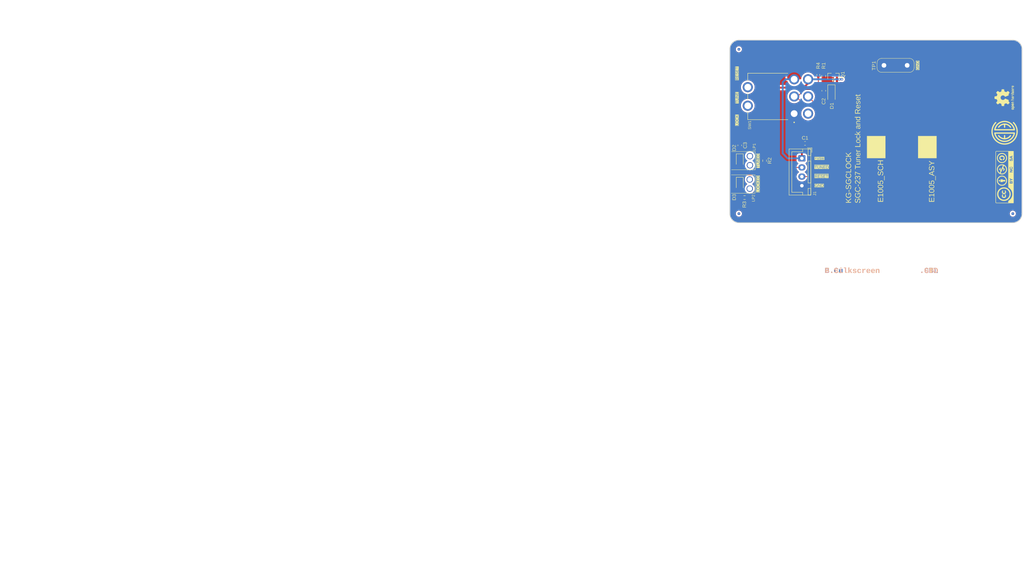
<source format=kicad_pcb>
(kicad_pcb
	(version 20241229)
	(generator "pcbnew")
	(generator_version "9.0")
	(general
		(thickness 1.6)
		(legacy_teardrops no)
	)
	(paper "USLegal")
	(layers
		(0 "F.Cu" signal)
		(2 "B.Cu" signal)
		(9 "F.Adhes" user "F.Adhesive")
		(11 "B.Adhes" user "B.Adhesive")
		(13 "F.Paste" user)
		(15 "B.Paste" user)
		(5 "F.SilkS" user "F.Silkscreen")
		(7 "B.SilkS" user "B.Silkscreen")
		(1 "F.Mask" user)
		(3 "B.Mask" user)
		(17 "Dwgs.User" user "User.Drawings")
		(19 "Cmts.User" user "User.Comments")
		(21 "Eco1.User" user "User.Eco1")
		(23 "Eco2.User" user "User.Eco2")
		(25 "Edge.Cuts" user "Board.Outline")
		(27 "Margin" user)
		(31 "F.CrtYd" user "F.Courtyard")
		(29 "B.CrtYd" user "B.Courtyard")
		(35 "F.Fab" user "F.Assembly")
		(33 "B.Fab" user "B.Assembly")
		(39 "User.1" user "Gerber.Title.Block")
		(41 "User.2" user "F.FabNotes")
		(43 "User.3" user "F.FabNotes2")
		(45 "User.4" user "B.FabNotes")
		(47 "User.5" user "B.FabNotes2")
		(49 "User.6" user)
		(51 "User.7" user)
		(53 "User.8" user)
		(55 "User.9" user)
	)
	(setup
		(stackup
			(layer "F.SilkS"
				(type "Top Silk Screen")
			)
			(layer "F.Paste"
				(type "Top Solder Paste")
			)
			(layer "F.Mask"
				(type "Top Solder Mask")
				(thickness 0.01)
			)
			(layer "F.Cu"
				(type "copper")
				(thickness 0.035)
			)
			(layer "dielectric 1"
				(type "core")
				(thickness 1.51)
				(material "FR4")
				(epsilon_r 4.5)
				(loss_tangent 0.02)
			)
			(layer "B.Cu"
				(type "copper")
				(thickness 0.035)
			)
			(layer "B.Mask"
				(type "Bottom Solder Mask")
				(thickness 0.01)
			)
			(layer "B.Paste"
				(type "Bottom Solder Paste")
			)
			(layer "B.SilkS"
				(type "Bottom Silk Screen")
			)
			(copper_finish "ENIG")
			(dielectric_constraints no)
		)
		(pad_to_mask_clearance 0)
		(allow_soldermask_bridges_in_footprints no)
		(tenting front back)
		(aux_axis_origin 229.982233 80.017767)
		(grid_origin 229.982233 80.017767)
		(pcbplotparams
			(layerselection 0x00000000_00000000_55555555_5755f5ff)
			(plot_on_all_layers_selection 0x00000000_00000000_00000080_02000000)
			(disableapertmacros no)
			(usegerberextensions yes)
			(usegerberattributes yes)
			(usegerberadvancedattributes yes)
			(creategerberjobfile no)
			(dashed_line_dash_ratio 12.000000)
			(dashed_line_gap_ratio 3.000000)
			(svgprecision 4)
			(plotframeref no)
			(mode 1)
			(useauxorigin yes)
			(hpglpennumber 1)
			(hpglpenspeed 20)
			(hpglpendiameter 15.000000)
			(pdf_front_fp_property_popups yes)
			(pdf_back_fp_property_popups yes)
			(pdf_metadata yes)
			(pdf_single_document no)
			(dxfpolygonmode yes)
			(dxfimperialunits yes)
			(dxfusepcbnewfont yes)
			(psnegative no)
			(psa4output no)
			(plot_black_and_white yes)
			(sketchpadsonfab no)
			(plotpadnumbers no)
			(hidednponfab no)
			(sketchdnponfab yes)
			(crossoutdnponfab yes)
			(subtractmaskfromsilk no)
			(outputformat 1)
			(mirror no)
			(drillshape 0)
			(scaleselection 1)
			(outputdirectory "../2_Fabrication/drill_map/")
		)
	)
	(property "art_checked_date" "<art checked date>")
	(property "art_checker" "D. CLARK")
	(property "art_eng" "D. CLARK")
	(property "art_eng_date" "13.DEC.25")
	(property "art_prj_eng_date" "13.DEC.25")
	(property "art_rev" "X1")
	(property "base_pn" "E1005")
	(property "pcb_checked_date" "<pcb checked date>")
	(property "pcb_checker" "D. CLARK")
	(property "pcb_eng" "D. CLARK")
	(property "pcb_eng_date" "13.DEC.25")
	(property "pcb_prj_eng_date" "13.DEC.25")
	(property "pcb_rev" "X1")
	(property "pcba_checked_date" "<pcba checked date>")
	(property "pcba_checker" "D. CLARK")
	(property "pcba_eng" "D. CLARK")
	(property "pcba_eng_date" "13.DEC.25")
	(property "pcba_name" "SGC-237 Tuner Lock and Reset")
	(property "pcba_prj_eng_date" "13.DEC.25")
	(property "pcba_rev" "X2")
	(property "prj_eng" "D. CLARK")
	(property "prj_license" "CC BY-NC-SA")
	(property "prj_name" "KG-SGCLOCK")
	(property "sch_checked_date" "<sch checked date>")
	(property "sch_checker" "D. CLARK")
	(property "sch_eng" "D. CLARK")
	(property "sch_eng_date" "13.DEC.25")
	(property "sch_prj_eng_date" "13.DEC.25")
	(property "sch_rev" "X1")
	(net 0 "")
	(net 1 "+VSW")
	(net 2 "GND")
	(net 3 "/Schematic Top Sheet/Vb")
	(net 4 "/Schematic Top Sheet/~{TUNED}")
	(net 5 "/Schematic Top Sheet/D2_A")
	(net 6 "/Schematic Top Sheet/D3_A")
	(net 7 "/Schematic Top Sheet/Ve")
	(net 8 "/Schematic Top Sheet/LOCKED")
	(net 9 "/Schematic Top Sheet/~{RESET}")
	(net 10 "unconnected-(SW1-A-Pad4)")
	(footprint "DDCEE:footprint_ddcee_5x5" (layer "F.Cu") (at 305.232233 55.017767 90))
	(footprint "Capacitor_SMD:C_0603_1608Metric_Pad1.08x0.95mm_HandSolder" (layer "F.Cu") (at 250.594733 58.267767))
	(footprint "Resistor_SMD:R_0603_1608Metric_Pad0.98x0.95mm_HandSolder" (layer "F.Cu") (at 239.532233 63.017767 -90))
	(footprint "Resistor_SMD:R_0603_1608Metric_Pad0.98x0.95mm_HandSolder" (layer "F.Cu") (at 234.032233 73.117767 180))
	(footprint "Resistor_SMD:R_0603_1608Metric_Pad0.98x0.95mm_HandSolder" (layer "F.Cu") (at 255.732233 39.867767 -90))
	(footprint "DDCEE:LP_SLP3-200-R" (layer "F.Cu") (at 225.207233 63.017767 90))
	(footprint "LED_SMD:LED_0805_2012Metric_Pad1.15x1.40mm_HandSolder" (layer "F.Cu") (at 232.732233 69.417767 -90))
	(footprint "DDCEE:footprint_CC-BY-SA-NC" (layer "F.Cu") (at 305.232233 67.517767 90))
	(footprint "DDCEE:SW_7207MD9ABE" (layer "F.Cu") (at 249.523483 45.430267 90))
	(footprint "DDCEE:TP_2P_Keystone_1430-2" (layer "F.Cu") (at 275.382233 36.917767))
	(footprint "Resistor_SMD:R_0402_1005Metric_Pad0.72x0.64mm_HandSolder" (layer "F.Cu") (at 254.232233 39.517767 -90))
	(footprint "Fiducial:Fiducial_0.75mm_Mask1.5mm" (layer "F.Cu") (at 232.482233 32.517767))
	(footprint "Fiducial:Fiducial_0.75mm_Mask1.5mm" (layer "F.Cu") (at 307.482233 77.517767))
	(footprint "LED_SMD:LED_0805_2012Metric_Pad1.15x1.40mm_HandSolder" (layer "F.Cu") (at 232.732233 63.017767 -90))
	(footprint "Capacitor_SMD:C_0603_1608Metric_Pad1.08x0.95mm_HandSolder" (layer "F.Cu") (at 255.732233 43.867767 -90))
	(footprint "Fiducial:Fiducial_0.75mm_Mask1.5mm" (layer "F.Cu") (at 232.482233 77.517767))
	(footprint "Capacitor_SMD:C_0603_1608Metric_Pad1.08x0.95mm_HandSolder" (layer "F.Cu") (at 232.732233 58.817767 90))
	(footprint "DDCEE:JST_XH_B4B-XH-A_1x04_P2.50mm_Vertical"
		(layer "F.Cu")
		(uuid "bbadae44-c291-405e-85fc-901cc0ba88af")
		(at 249.732233 66.117767 -90)
		(descr "JST XH series connector, B4B-XH-A (http://www.jst-mfg.com/product/pdf/eng/eXH.pdf), generated with kicad-footprint-generator")
		(tags "connector JST XH vertical")
		(property "Reference" "J1"
			(at 5.9 -3.55 90)
			(layer "F.SilkS")
			(uuid "cc9233d3-2bca-4bd2-839c-5cf63ecdabb4")
			(effects
				(font
					(face "Liberation Sans")
					(size 0.8 0.8)
					(thickness 0.15)
				)
			)
			(render_cache "J1" 90
				(polygon
					(pts
						(xy 253.626738 72.358876) (xy 253.622253 72.413652) (xy 253.609662 72.459211) (xy 253.589708 72.497272)
						(xy 253.562366 72.529104) (xy 253.526847 72.555416) (xy 253.481674 72.576285) (xy 253.424798 72.591151)
						(xy 253.407896 72.48896) (xy 253.448695 72.479097) (xy 253.481092 72.464212) (xy 253.506619 72.444703)
						(xy 253.526253 72.419871) (xy 253.537984 72.39146) (xy 253.542034 72.358338) (xy 253.537458 72.322291)
						(xy 253.524443 72.292959) (xy 253.502907 72.26875) (xy 253.474943 72.251458) (xy 253.437657 72.240125)
						(xy 253.388308 72.235924) (xy 252.930401 72.235924) (xy 252.930401 72.384033) (xy 252.845161 72.384033)
						(xy 252.845161 72.132072) (xy 253.386061 72.132072) (xy 253.441912 72.136295) (xy 253.488973 72.148195)
						(xy 253.528775 72.167046) (xy 253.562502 72.192742) (xy 253.590027 72.225019) (xy 253.609927 72.262694)
						(xy 253.622353 72.306827)
					)
				)
				(polygon
					(pts
						(xy 253.614233 71.963789) (xy 253.530604 71.963789) (xy 253.530604 71.767564) (xy 252.939145 71.767564)
						(xy 253.064002 71.941367) (xy 252.971092 71.941367) (xy 252.845161 71.759
... [2403700 chars truncated]
</source>
